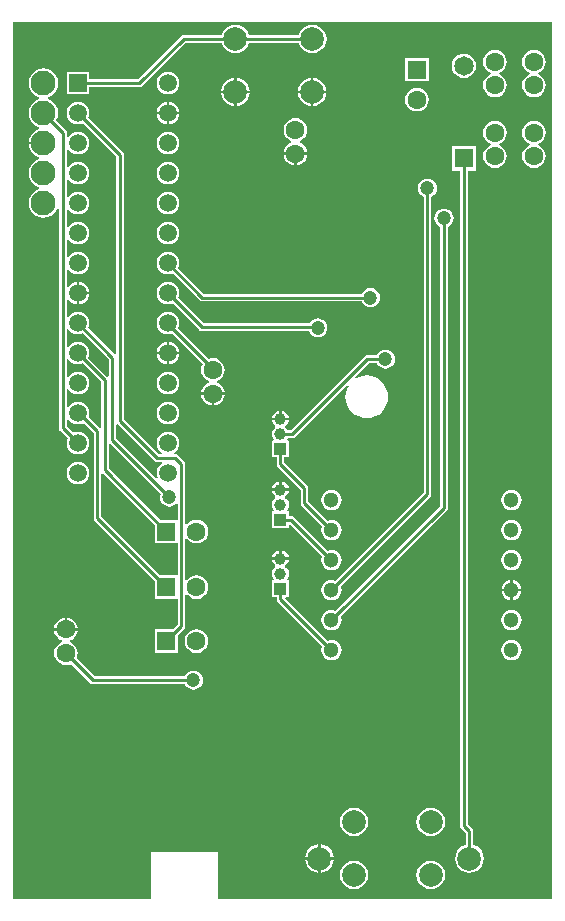
<source format=gbl>
G04*
G04 #@! TF.GenerationSoftware,Altium Limited,Altium Designer,20.2.3 (150)*
G04*
G04 Layer_Physical_Order=2*
G04 Layer_Color=16711680*
%FSLAX25Y25*%
%MOIN*%
G70*
G04*
G04 #@! TF.SameCoordinates,B26AD540-6E08-4B25-974C-445F4708D01E*
G04*
G04*
G04 #@! TF.FilePolarity,Positive*
G04*
G01*
G75*
%ADD13C,0.01000*%
%ADD24R,0.06496X0.06496*%
%ADD25C,0.06496*%
%ADD28R,0.06299X0.06299*%
%ADD29C,0.06299*%
%ADD30C,0.07874*%
%ADD32R,0.03937X0.03937*%
%ADD33C,0.03937*%
%ADD36R,0.05906X0.05906*%
%ADD37C,0.05906*%
%ADD38R,0.06299X0.06299*%
%ADD39C,0.04724*%
%ADD40C,0.05118*%
%ADD41C,0.08268*%
G36*
X658500Y101000D02*
X547321D01*
X547190Y101223D01*
X547113Y101500D01*
X547242Y101693D01*
X547303Y102000D01*
Y116000D01*
X547242Y116307D01*
X547068Y116568D01*
X546807Y116742D01*
X546500Y116803D01*
X525500D01*
X525193Y116742D01*
X524932Y116568D01*
X524758Y116307D01*
X524697Y116000D01*
Y102000D01*
X524758Y101693D01*
X524887Y101500D01*
X524810Y101223D01*
X524679Y101000D01*
X479000D01*
Y393500D01*
X658500D01*
Y101000D01*
D02*
G37*
%LPC*%
G36*
X578590Y392482D02*
X577357Y392319D01*
X576208Y391843D01*
X575221Y391086D01*
X574464Y390099D01*
X574021Y389029D01*
X557570D01*
X557127Y390099D01*
X556369Y391086D01*
X555383Y391843D01*
X554233Y392319D01*
X553000Y392482D01*
X551767Y392319D01*
X550617Y391843D01*
X549630Y391086D01*
X548873Y390099D01*
X548430Y389029D01*
X535716D01*
X535214Y388929D01*
X534788Y388645D01*
X520456Y374313D01*
X504240D01*
Y376740D01*
X496760D01*
Y369260D01*
X504240D01*
Y371687D01*
X521000D01*
X521502Y371787D01*
X521928Y372072D01*
X536260Y386404D01*
X548430D01*
X548873Y385334D01*
X549630Y384347D01*
X550617Y383590D01*
X551767Y383114D01*
X553000Y382951D01*
X554233Y383114D01*
X555383Y383590D01*
X556369Y384347D01*
X557127Y385334D01*
X557570Y386404D01*
X574021D01*
X574464Y385334D01*
X575221Y384347D01*
X576208Y383590D01*
X577357Y383114D01*
X578590Y382951D01*
X579824Y383114D01*
X580973Y383590D01*
X581960Y384347D01*
X582717Y385334D01*
X583193Y386483D01*
X583356Y387717D01*
X583193Y388950D01*
X582717Y390099D01*
X581960Y391086D01*
X580973Y391843D01*
X579824Y392319D01*
X578590Y392482D01*
D02*
G37*
G36*
X629095Y382830D02*
X628041Y382691D01*
X627059Y382285D01*
X626216Y381638D01*
X625569Y380795D01*
X625163Y379813D01*
X625024Y378760D01*
X625163Y377706D01*
X625569Y376725D01*
X626216Y375882D01*
X627059Y375235D01*
X628041Y374828D01*
X629095Y374690D01*
X630148Y374828D01*
X631130Y375235D01*
X631973Y375882D01*
X632619Y376725D01*
X633026Y377706D01*
X633165Y378760D01*
X633026Y379813D01*
X632619Y380795D01*
X631973Y381638D01*
X631130Y382285D01*
X630148Y382691D01*
X629095Y382830D01*
D02*
G37*
G36*
X617437Y381437D02*
X609563D01*
Y373563D01*
X617437D01*
Y381437D01*
D02*
G37*
G36*
X578984Y374713D02*
Y370394D01*
X583304D01*
X583193Y371233D01*
X582717Y372383D01*
X581960Y373370D01*
X580973Y374127D01*
X579824Y374603D01*
X578984Y374713D01*
D02*
G37*
G36*
X553394D02*
Y370394D01*
X557713D01*
X557603Y371233D01*
X557127Y372383D01*
X556369Y373370D01*
X555383Y374127D01*
X554233Y374603D01*
X553394Y374713D01*
D02*
G37*
G36*
X552606D02*
X551767Y374603D01*
X550617Y374127D01*
X549630Y373370D01*
X548873Y372383D01*
X548397Y371233D01*
X548287Y370394D01*
X552606D01*
Y374713D01*
D02*
G37*
G36*
X578197D02*
X577357Y374603D01*
X576208Y374127D01*
X575221Y373370D01*
X574464Y372383D01*
X573988Y371233D01*
X573877Y370394D01*
X578197D01*
Y374713D01*
D02*
G37*
G36*
X530500Y376772D02*
X529524Y376644D01*
X528614Y376267D01*
X527833Y375668D01*
X527233Y374886D01*
X526856Y373976D01*
X526728Y373000D01*
X526856Y372024D01*
X527233Y371114D01*
X527833Y370333D01*
X528614Y369733D01*
X529524Y369356D01*
X530500Y369228D01*
X531476Y369356D01*
X532386Y369733D01*
X533168Y370333D01*
X533767Y371114D01*
X534144Y372024D01*
X534272Y373000D01*
X534144Y373976D01*
X533767Y374886D01*
X533168Y375668D01*
X532386Y376267D01*
X531476Y376644D01*
X530500Y376772D01*
D02*
G37*
G36*
X652492Y384093D02*
X651464Y383958D01*
X650507Y383561D01*
X649684Y382930D01*
X649053Y382107D01*
X648657Y381150D01*
X648521Y380122D01*
X648657Y379094D01*
X649053Y378136D01*
X649684Y377314D01*
X650507Y376683D01*
X651056Y376456D01*
Y375914D01*
X650507Y375687D01*
X649684Y375056D01*
X649053Y374234D01*
X648657Y373276D01*
X648521Y372248D01*
X648657Y371220D01*
X649053Y370263D01*
X649684Y369440D01*
X650507Y368809D01*
X651464Y368412D01*
X652492Y368277D01*
X653520Y368412D01*
X654478Y368809D01*
X655300Y369440D01*
X655931Y370263D01*
X656328Y371220D01*
X656463Y372248D01*
X656328Y373276D01*
X655931Y374234D01*
X655300Y375056D01*
X654478Y375687D01*
X653929Y375914D01*
Y376456D01*
X654478Y376683D01*
X655300Y377314D01*
X655931Y378136D01*
X656328Y379094D01*
X656463Y380122D01*
X656328Y381150D01*
X655931Y382107D01*
X655300Y382930D01*
X654478Y383561D01*
X653520Y383958D01*
X652492Y384093D01*
D02*
G37*
G36*
X639500D02*
X638472Y383958D01*
X637514Y383561D01*
X636692Y382930D01*
X636061Y382107D01*
X635664Y381150D01*
X635529Y380122D01*
X635664Y379094D01*
X636061Y378137D01*
X636692Y377314D01*
X637514Y376683D01*
X638064Y376456D01*
Y375914D01*
X637514Y375687D01*
X636692Y375056D01*
X636061Y374234D01*
X635664Y373276D01*
X635529Y372248D01*
X635664Y371220D01*
X636061Y370263D01*
X636692Y369440D01*
X637514Y368809D01*
X638472Y368412D01*
X639500Y368277D01*
X640528Y368412D01*
X641486Y368809D01*
X642308Y369440D01*
X642939Y370263D01*
X643336Y371220D01*
X643471Y372248D01*
X643336Y373276D01*
X642939Y374234D01*
X642308Y375056D01*
X641486Y375687D01*
X640936Y375914D01*
Y376456D01*
X641486Y376683D01*
X642308Y377314D01*
X642939Y378137D01*
X643336Y379094D01*
X643471Y380122D01*
X643336Y381150D01*
X642939Y382107D01*
X642308Y382930D01*
X641486Y383561D01*
X640528Y383958D01*
X639500Y384093D01*
D02*
G37*
G36*
X583304Y369606D02*
X578984D01*
Y365287D01*
X579824Y365397D01*
X580973Y365873D01*
X581960Y366631D01*
X582717Y367617D01*
X583193Y368767D01*
X583304Y369606D01*
D02*
G37*
G36*
X557713D02*
X553394D01*
Y365287D01*
X554233Y365397D01*
X555383Y365873D01*
X556369Y366631D01*
X557127Y367617D01*
X557603Y368767D01*
X557713Y369606D01*
D02*
G37*
G36*
X552606D02*
X548287D01*
X548397Y368767D01*
X548873Y367617D01*
X549630Y366631D01*
X550617Y365873D01*
X551767Y365397D01*
X552606Y365287D01*
Y369606D01*
D02*
G37*
G36*
X578197D02*
X573877D01*
X573988Y368767D01*
X574464Y367617D01*
X575221Y366631D01*
X576208Y365873D01*
X577357Y365397D01*
X578197Y365287D01*
Y369606D01*
D02*
G37*
G36*
X613500Y371471D02*
X612472Y371336D01*
X611515Y370939D01*
X610692Y370308D01*
X610061Y369485D01*
X609664Y368528D01*
X609529Y367500D01*
X609664Y366472D01*
X610061Y365514D01*
X610692Y364692D01*
X611515Y364061D01*
X612472Y363664D01*
X613500Y363529D01*
X614528Y363664D01*
X615485Y364061D01*
X616308Y364692D01*
X616939Y365514D01*
X617336Y366472D01*
X617471Y367500D01*
X617336Y368528D01*
X616939Y369485D01*
X616308Y370308D01*
X615485Y370939D01*
X614528Y371336D01*
X613500Y371471D01*
D02*
G37*
G36*
X530894Y366721D02*
Y363394D01*
X534221D01*
X534144Y363976D01*
X533767Y364886D01*
X533168Y365668D01*
X532386Y366267D01*
X531476Y366644D01*
X530894Y366721D01*
D02*
G37*
G36*
X530106D02*
X529524Y366644D01*
X528614Y366267D01*
X527833Y365668D01*
X527233Y364886D01*
X526856Y363976D01*
X526779Y363394D01*
X530106D01*
Y366721D01*
D02*
G37*
G36*
X534221Y362606D02*
X530894D01*
Y359279D01*
X531476Y359356D01*
X532386Y359733D01*
X533168Y360332D01*
X533767Y361114D01*
X534144Y362024D01*
X534221Y362606D01*
D02*
G37*
G36*
X530106D02*
X526779D01*
X526856Y362024D01*
X527233Y361114D01*
X527833Y360332D01*
X528614Y359733D01*
X529524Y359356D01*
X530106Y359279D01*
Y362606D01*
D02*
G37*
G36*
X573000Y361345D02*
X571972Y361210D01*
X571014Y360813D01*
X570192Y360182D01*
X569561Y359360D01*
X569164Y358402D01*
X569029Y357374D01*
X569164Y356346D01*
X569561Y355388D01*
X570192Y354566D01*
X571014Y353935D01*
X571564Y353708D01*
Y353166D01*
X571014Y352939D01*
X570192Y352308D01*
X569561Y351485D01*
X569164Y350528D01*
X569081Y349894D01*
X573000D01*
X576919D01*
X576836Y350528D01*
X576439Y351485D01*
X575808Y352308D01*
X574986Y352939D01*
X574436Y353166D01*
Y353708D01*
X574986Y353935D01*
X575808Y354566D01*
X576439Y355388D01*
X576836Y356346D01*
X576971Y357374D01*
X576836Y358402D01*
X576439Y359360D01*
X575808Y360182D01*
X574986Y360813D01*
X574028Y361210D01*
X573000Y361345D01*
D02*
G37*
G36*
X530500Y356772D02*
X529524Y356644D01*
X528614Y356267D01*
X527833Y355667D01*
X527233Y354886D01*
X526856Y353976D01*
X526728Y353000D01*
X526856Y352024D01*
X527233Y351114D01*
X527833Y350332D01*
X528614Y349733D01*
X529524Y349356D01*
X530500Y349228D01*
X531476Y349356D01*
X532386Y349733D01*
X533168Y350332D01*
X533767Y351114D01*
X534144Y352024D01*
X534272Y353000D01*
X534144Y353976D01*
X533767Y354886D01*
X533168Y355667D01*
X532386Y356267D01*
X531476Y356644D01*
X530500Y356772D01*
D02*
G37*
G36*
X576919Y349106D02*
X573394D01*
Y345581D01*
X574028Y345664D01*
X574986Y346061D01*
X575808Y346692D01*
X576439Y347515D01*
X576836Y348472D01*
X576919Y349106D01*
D02*
G37*
G36*
X572606D02*
X569081D01*
X569164Y348472D01*
X569561Y347515D01*
X570192Y346692D01*
X571014Y346061D01*
X571972Y345664D01*
X572606Y345581D01*
Y349106D01*
D02*
G37*
G36*
X652492Y360471D02*
X651464Y360336D01*
X650507Y359939D01*
X649684Y359308D01*
X649053Y358486D01*
X648657Y357528D01*
X648521Y356500D01*
X648657Y355472D01*
X649053Y354515D01*
X649684Y353692D01*
X650507Y353061D01*
X651056Y352834D01*
Y352292D01*
X650507Y352065D01*
X649684Y351434D01*
X649053Y350611D01*
X648657Y349654D01*
X648521Y348626D01*
X648657Y347598D01*
X649053Y346640D01*
X649684Y345818D01*
X650507Y345187D01*
X651464Y344790D01*
X652492Y344655D01*
X653520Y344790D01*
X654478Y345187D01*
X655300Y345818D01*
X655931Y346640D01*
X656328Y347598D01*
X656463Y348626D01*
X656328Y349654D01*
X655931Y350611D01*
X655300Y351434D01*
X654478Y352065D01*
X653929Y352292D01*
Y352834D01*
X654478Y353061D01*
X655300Y353692D01*
X655931Y354515D01*
X656328Y355472D01*
X656463Y356500D01*
X656328Y357528D01*
X655931Y358486D01*
X655300Y359308D01*
X654478Y359939D01*
X653520Y360336D01*
X652492Y360471D01*
D02*
G37*
G36*
X639500D02*
X638472Y360336D01*
X637514Y359939D01*
X636692Y359308D01*
X636061Y358486D01*
X635664Y357528D01*
X635529Y356500D01*
X635664Y355472D01*
X636061Y354515D01*
X636692Y353692D01*
X637514Y353061D01*
X638064Y352834D01*
Y352292D01*
X637514Y352065D01*
X636692Y351434D01*
X636061Y350611D01*
X635664Y349654D01*
X635529Y348626D01*
X635664Y347598D01*
X636061Y346640D01*
X636692Y345818D01*
X637514Y345187D01*
X638472Y344790D01*
X639500Y344655D01*
X640528Y344790D01*
X641486Y345187D01*
X642308Y345818D01*
X642939Y346640D01*
X643336Y347598D01*
X643471Y348626D01*
X643336Y349654D01*
X642939Y350611D01*
X642308Y351434D01*
X641486Y352065D01*
X640936Y352292D01*
Y352834D01*
X641486Y353061D01*
X642308Y353692D01*
X642939Y354515D01*
X643336Y355472D01*
X643471Y356500D01*
X643336Y357528D01*
X642939Y358486D01*
X642308Y359308D01*
X641486Y359939D01*
X640528Y360336D01*
X639500Y360471D01*
D02*
G37*
G36*
X530500Y346772D02*
X529524Y346644D01*
X528614Y346267D01*
X527833Y345668D01*
X527233Y344886D01*
X526856Y343976D01*
X526728Y343000D01*
X526856Y342024D01*
X527233Y341114D01*
X527833Y340333D01*
X528614Y339733D01*
X529524Y339356D01*
X530500Y339228D01*
X531476Y339356D01*
X532386Y339733D01*
X533168Y340333D01*
X533767Y341114D01*
X534144Y342024D01*
X534272Y343000D01*
X534144Y343976D01*
X533767Y344886D01*
X533168Y345668D01*
X532386Y346267D01*
X531476Y346644D01*
X530500Y346772D01*
D02*
G37*
G36*
Y336772D02*
X529524Y336644D01*
X528614Y336267D01*
X527833Y335667D01*
X527233Y334886D01*
X526856Y333976D01*
X526728Y333000D01*
X526856Y332024D01*
X527233Y331114D01*
X527833Y330332D01*
X528614Y329733D01*
X529524Y329356D01*
X530500Y329228D01*
X531476Y329356D01*
X532386Y329733D01*
X533168Y330332D01*
X533767Y331114D01*
X534144Y332024D01*
X534272Y333000D01*
X534144Y333976D01*
X533767Y334886D01*
X533168Y335667D01*
X532386Y336267D01*
X531476Y336644D01*
X530500Y336772D01*
D02*
G37*
G36*
Y326772D02*
X529524Y326644D01*
X528614Y326267D01*
X527833Y325668D01*
X527233Y324886D01*
X526856Y323976D01*
X526728Y323000D01*
X526856Y322024D01*
X527233Y321114D01*
X527833Y320333D01*
X528614Y319733D01*
X529524Y319356D01*
X530500Y319228D01*
X531476Y319356D01*
X532386Y319733D01*
X533168Y320333D01*
X533767Y321114D01*
X534144Y322024D01*
X534272Y323000D01*
X534144Y323976D01*
X533767Y324886D01*
X533168Y325668D01*
X532386Y326267D01*
X531476Y326644D01*
X530500Y326772D01*
D02*
G37*
G36*
X500894Y306721D02*
Y303394D01*
X504221D01*
X504144Y303976D01*
X503767Y304886D01*
X503167Y305667D01*
X502386Y306267D01*
X501476Y306644D01*
X500894Y306721D01*
D02*
G37*
G36*
X504221Y302606D02*
X500894D01*
Y299279D01*
X501476Y299356D01*
X502386Y299733D01*
X503167Y300332D01*
X503767Y301114D01*
X504144Y302024D01*
X504221Y302606D01*
D02*
G37*
G36*
X530500Y316772D02*
X529524Y316644D01*
X528614Y316267D01*
X527833Y315668D01*
X527233Y314886D01*
X526856Y313976D01*
X526728Y313000D01*
X526856Y312024D01*
X527233Y311114D01*
X527833Y310332D01*
X528614Y309733D01*
X529524Y309356D01*
X530500Y309228D01*
X531476Y309356D01*
X532050Y309594D01*
X541072Y300572D01*
X541498Y300287D01*
X542000Y300187D01*
X595135D01*
X595249Y299912D01*
X595754Y299254D01*
X596412Y298749D01*
X597178Y298431D01*
X598000Y298323D01*
X598822Y298431D01*
X599588Y298749D01*
X600246Y299254D01*
X600751Y299912D01*
X601068Y300678D01*
X601177Y301500D01*
X601068Y302322D01*
X600751Y303088D01*
X600246Y303746D01*
X599588Y304251D01*
X598822Y304569D01*
X598000Y304677D01*
X597178Y304569D01*
X596412Y304251D01*
X595754Y303746D01*
X595249Y303088D01*
X595135Y302813D01*
X542544D01*
X533906Y311450D01*
X534144Y312024D01*
X534272Y313000D01*
X534144Y313976D01*
X533767Y314886D01*
X533168Y315668D01*
X532386Y316267D01*
X531476Y316644D01*
X530500Y316772D01*
D02*
G37*
G36*
Y306772D02*
X529524Y306644D01*
X528614Y306267D01*
X527833Y305667D01*
X527233Y304886D01*
X526856Y303976D01*
X526728Y303000D01*
X526856Y302024D01*
X527233Y301114D01*
X527833Y300332D01*
X528614Y299733D01*
X529524Y299356D01*
X530500Y299228D01*
X531476Y299356D01*
X532050Y299594D01*
X540879Y290765D01*
X541305Y290480D01*
X541807Y290380D01*
X577493D01*
X577721Y289829D01*
X578226Y289171D01*
X578884Y288666D01*
X579650Y288349D01*
X580472Y288241D01*
X581295Y288349D01*
X582061Y288666D01*
X582719Y289171D01*
X583224Y289829D01*
X583541Y290595D01*
X583649Y291417D01*
X583541Y292239D01*
X583224Y293006D01*
X582719Y293664D01*
X582061Y294168D01*
X581295Y294486D01*
X580472Y294594D01*
X579650Y294486D01*
X578884Y294168D01*
X578226Y293664D01*
X577721Y293006D01*
X577721Y293005D01*
X542351D01*
X533906Y301450D01*
X534144Y302024D01*
X534272Y303000D01*
X534144Y303976D01*
X533767Y304886D01*
X533168Y305667D01*
X532386Y306267D01*
X531476Y306644D01*
X530500Y306772D01*
D02*
G37*
G36*
X530894Y286721D02*
Y283394D01*
X534221D01*
X534144Y283976D01*
X533767Y284886D01*
X533168Y285667D01*
X532386Y286267D01*
X531476Y286644D01*
X530894Y286721D01*
D02*
G37*
G36*
X530106D02*
X529524Y286644D01*
X528614Y286267D01*
X527833Y285667D01*
X527233Y284886D01*
X526856Y283976D01*
X526779Y283394D01*
X530106D01*
Y286721D01*
D02*
G37*
G36*
X534221Y282606D02*
X530894D01*
Y279279D01*
X531476Y279356D01*
X532386Y279733D01*
X533168Y280332D01*
X533767Y281114D01*
X534144Y282024D01*
X534221Y282606D01*
D02*
G37*
G36*
X530106D02*
X526779D01*
X526856Y282024D01*
X527233Y281114D01*
X527833Y280332D01*
X528614Y279733D01*
X529524Y279356D01*
X530106Y279279D01*
Y282606D01*
D02*
G37*
G36*
X603000Y284177D02*
X602178Y284068D01*
X601412Y283751D01*
X600754Y283246D01*
X600249Y282588D01*
X600135Y282313D01*
X596970D01*
X596467Y282213D01*
X596042Y281928D01*
X571426Y257313D01*
X570439D01*
X570407Y257390D01*
X569966Y257965D01*
X569673Y258190D01*
Y258810D01*
X569966Y259034D01*
X570407Y259610D01*
X570685Y260281D01*
X570728Y260606D01*
X568000D01*
X565272D01*
X565315Y260281D01*
X565593Y259610D01*
X566035Y259034D01*
X566327Y258810D01*
Y258190D01*
X566035Y257965D01*
X565593Y257390D01*
X565315Y256719D01*
X565220Y256000D01*
X565315Y255281D01*
X565593Y254610D01*
X565865Y254256D01*
X565618Y253756D01*
X565244D01*
Y248244D01*
X566687D01*
Y246000D01*
X566787Y245498D01*
X567072Y245072D01*
X574687Y237456D01*
Y233000D01*
X574787Y232498D01*
X575072Y232072D01*
X581895Y225249D01*
X581740Y224874D01*
X581625Y224000D01*
X581740Y223126D01*
X582077Y222312D01*
X582613Y221613D01*
X583312Y221077D01*
X584126Y220740D01*
X585000Y220625D01*
X585874Y220740D01*
X586688Y221077D01*
X587387Y221613D01*
X587923Y222312D01*
X588260Y223126D01*
X588375Y224000D01*
X588260Y224874D01*
X587923Y225688D01*
X587387Y226387D01*
X586688Y226923D01*
X585874Y227260D01*
X585000Y227375D01*
X584126Y227260D01*
X583751Y227105D01*
X577313Y233544D01*
Y238000D01*
X577213Y238502D01*
X576928Y238928D01*
X569313Y246544D01*
Y248244D01*
X570756D01*
Y253756D01*
X570382D01*
X570135Y254256D01*
X570407Y254610D01*
X570439Y254687D01*
X571970D01*
X572472Y254787D01*
X572898Y255072D01*
X590307Y272481D01*
X590713Y272180D01*
X590169Y271162D01*
X589764Y269826D01*
X589627Y268437D01*
X589764Y267048D01*
X590169Y265712D01*
X590827Y264481D01*
X591713Y263402D01*
X592792Y262516D01*
X594023Y261858D01*
X595359Y261453D01*
X596748Y261316D01*
X598137Y261453D01*
X599473Y261858D01*
X600704Y262516D01*
X601783Y263402D01*
X602669Y264481D01*
X603327Y265712D01*
X603732Y267048D01*
X603869Y268437D01*
X603732Y269826D01*
X603327Y271162D01*
X602669Y272393D01*
X601783Y273472D01*
X600704Y274358D01*
X599473Y275016D01*
X598137Y275421D01*
X596748Y275558D01*
X595359Y275421D01*
X594023Y275016D01*
X593005Y274472D01*
X592704Y274878D01*
X597514Y279687D01*
X600135D01*
X600249Y279412D01*
X600754Y278754D01*
X601412Y278249D01*
X602178Y277931D01*
X603000Y277823D01*
X603822Y277931D01*
X604588Y278249D01*
X605246Y278754D01*
X605751Y279412D01*
X606069Y280178D01*
X606177Y281000D01*
X606069Y281822D01*
X605751Y282588D01*
X605246Y283246D01*
X604588Y283751D01*
X603822Y284068D01*
X603000Y284177D01*
D02*
G37*
G36*
X530500Y296772D02*
X529524Y296644D01*
X528614Y296267D01*
X527833Y295668D01*
X527233Y294886D01*
X526856Y293976D01*
X526728Y293000D01*
X526856Y292024D01*
X527233Y291114D01*
X527833Y290333D01*
X528614Y289733D01*
X529524Y289356D01*
X530500Y289228D01*
X531476Y289356D01*
X531829Y289502D01*
X542035Y279296D01*
X541664Y278402D01*
X541529Y277374D01*
X541664Y276346D01*
X542061Y275389D01*
X542692Y274566D01*
X543514Y273935D01*
X544064Y273708D01*
Y273166D01*
X543514Y272939D01*
X542692Y272308D01*
X542061Y271485D01*
X541664Y270528D01*
X541581Y269894D01*
X545500D01*
X549419D01*
X549336Y270528D01*
X548939Y271485D01*
X548308Y272308D01*
X547485Y272939D01*
X546936Y273166D01*
Y273708D01*
X547485Y273935D01*
X548308Y274566D01*
X548939Y275389D01*
X549336Y276346D01*
X549471Y277374D01*
X549336Y278402D01*
X548939Y279360D01*
X548308Y280182D01*
X547485Y280813D01*
X546528Y281210D01*
X545500Y281345D01*
X544472Y281210D01*
X544021Y281023D01*
X533815Y291229D01*
X534144Y292024D01*
X534272Y293000D01*
X534144Y293976D01*
X533767Y294886D01*
X533168Y295668D01*
X532386Y296267D01*
X531476Y296644D01*
X530500Y296772D01*
D02*
G37*
G36*
Y276772D02*
X529524Y276644D01*
X528614Y276267D01*
X527833Y275668D01*
X527233Y274886D01*
X526856Y273976D01*
X526728Y273000D01*
X526856Y272024D01*
X527233Y271114D01*
X527833Y270333D01*
X528614Y269733D01*
X529524Y269356D01*
X530500Y269228D01*
X531476Y269356D01*
X532386Y269733D01*
X533168Y270333D01*
X533767Y271114D01*
X534144Y272024D01*
X534272Y273000D01*
X534144Y273976D01*
X533767Y274886D01*
X533168Y275668D01*
X532386Y276267D01*
X531476Y276644D01*
X530500Y276772D01*
D02*
G37*
G36*
X549419Y269106D02*
X545894D01*
Y265581D01*
X546528Y265664D01*
X547485Y266061D01*
X548308Y266692D01*
X548939Y267514D01*
X549336Y268472D01*
X549419Y269106D01*
D02*
G37*
G36*
X545106D02*
X541581D01*
X541664Y268472D01*
X542061Y267514D01*
X542692Y266692D01*
X543514Y266061D01*
X544472Y265664D01*
X545106Y265581D01*
Y269106D01*
D02*
G37*
G36*
X568394Y263728D02*
Y261394D01*
X570728D01*
X570685Y261719D01*
X570407Y262390D01*
X569966Y262965D01*
X569390Y263407D01*
X568719Y263685D01*
X568394Y263728D01*
D02*
G37*
G36*
X567606D02*
X567281Y263685D01*
X566610Y263407D01*
X566035Y262965D01*
X565593Y262390D01*
X565315Y261719D01*
X565272Y261394D01*
X567606D01*
Y263728D01*
D02*
G37*
G36*
X530500Y266772D02*
X529524Y266644D01*
X528614Y266267D01*
X527833Y265668D01*
X527233Y264886D01*
X526856Y263976D01*
X526728Y263000D01*
X526856Y262024D01*
X527233Y261114D01*
X527833Y260332D01*
X528614Y259733D01*
X529524Y259356D01*
X530500Y259228D01*
X531476Y259356D01*
X532386Y259733D01*
X533168Y260332D01*
X533767Y261114D01*
X534144Y262024D01*
X534272Y263000D01*
X534144Y263976D01*
X533767Y264886D01*
X533168Y265668D01*
X532386Y266267D01*
X531476Y266644D01*
X530500Y266772D01*
D02*
G37*
G36*
X500500Y246772D02*
X499524Y246644D01*
X498614Y246267D01*
X497832Y245668D01*
X497233Y244886D01*
X496856Y243976D01*
X496728Y243000D01*
X496856Y242024D01*
X497233Y241114D01*
X497832Y240333D01*
X498614Y239733D01*
X499524Y239356D01*
X500500Y239228D01*
X501476Y239356D01*
X502386Y239733D01*
X503167Y240333D01*
X503767Y241114D01*
X504144Y242024D01*
X504272Y243000D01*
X504144Y243976D01*
X503767Y244886D01*
X503167Y245668D01*
X502386Y246267D01*
X501476Y246644D01*
X500500Y246772D01*
D02*
G37*
G36*
X568394Y240228D02*
Y237894D01*
X570728D01*
X570685Y238219D01*
X570407Y238890D01*
X569966Y239465D01*
X569390Y239907D01*
X568719Y240185D01*
X568394Y240228D01*
D02*
G37*
G36*
X567606D02*
X567281Y240185D01*
X566610Y239907D01*
X566035Y239465D01*
X565593Y238890D01*
X565315Y238219D01*
X565272Y237894D01*
X567606D01*
Y240228D01*
D02*
G37*
G36*
X645000Y237375D02*
X644126Y237260D01*
X643312Y236923D01*
X642613Y236387D01*
X642077Y235688D01*
X641740Y234874D01*
X641625Y234000D01*
X641740Y233126D01*
X642077Y232312D01*
X642613Y231613D01*
X643312Y231077D01*
X644126Y230740D01*
X645000Y230625D01*
X645874Y230740D01*
X646688Y231077D01*
X647387Y231613D01*
X647923Y232312D01*
X648260Y233126D01*
X648375Y234000D01*
X648260Y234874D01*
X647923Y235688D01*
X647387Y236387D01*
X646688Y236923D01*
X645874Y237260D01*
X645000Y237375D01*
D02*
G37*
G36*
X585000D02*
X584126Y237260D01*
X583312Y236923D01*
X582613Y236387D01*
X582077Y235688D01*
X581740Y234874D01*
X581625Y234000D01*
X581740Y233126D01*
X582077Y232312D01*
X582613Y231613D01*
X583312Y231077D01*
X584126Y230740D01*
X585000Y230625D01*
X585874Y230740D01*
X586688Y231077D01*
X587387Y231613D01*
X587923Y232312D01*
X588260Y233126D01*
X588375Y234000D01*
X588260Y234874D01*
X587923Y235688D01*
X587387Y236387D01*
X586688Y236923D01*
X585874Y237260D01*
X585000Y237375D01*
D02*
G37*
G36*
X645000Y227375D02*
X644126Y227260D01*
X643312Y226923D01*
X642613Y226387D01*
X642077Y225688D01*
X641740Y224874D01*
X641625Y224000D01*
X641740Y223126D01*
X642077Y222312D01*
X642613Y221613D01*
X643312Y221077D01*
X644126Y220740D01*
X645000Y220625D01*
X645874Y220740D01*
X646688Y221077D01*
X647387Y221613D01*
X647923Y222312D01*
X648260Y223126D01*
X648375Y224000D01*
X648260Y224874D01*
X647923Y225688D01*
X647387Y226387D01*
X646688Y226923D01*
X645874Y227260D01*
X645000Y227375D01*
D02*
G37*
G36*
X489000Y377964D02*
X487715Y377795D01*
X486518Y377299D01*
X485490Y376510D01*
X484701Y375482D01*
X484205Y374285D01*
X484036Y373000D01*
X484205Y371715D01*
X484701Y370518D01*
X485490Y369490D01*
X486518Y368701D01*
X487592Y368257D01*
X487592Y368256D01*
Y367744D01*
X487592Y367743D01*
X486518Y367299D01*
X485490Y366510D01*
X484701Y365482D01*
X484205Y364285D01*
X484036Y363000D01*
X484205Y361715D01*
X484701Y360518D01*
X485490Y359490D01*
X486518Y358701D01*
X487592Y358257D01*
X487592Y358256D01*
Y357744D01*
X487592Y357743D01*
X486518Y357299D01*
X485490Y356510D01*
X484701Y355482D01*
X484205Y354285D01*
X484088Y353394D01*
X489000D01*
Y352606D01*
X484088D01*
X484205Y351715D01*
X484701Y350518D01*
X485490Y349490D01*
X486518Y348701D01*
X487592Y348257D01*
X487592Y348256D01*
Y347744D01*
X487592Y347743D01*
X486518Y347299D01*
X485490Y346510D01*
X484701Y345482D01*
X484205Y344285D01*
X484036Y343000D01*
X484205Y341715D01*
X484701Y340518D01*
X485490Y339490D01*
X486518Y338701D01*
X487592Y338257D01*
X487592Y338256D01*
Y337744D01*
X487592Y337743D01*
X486518Y337299D01*
X485490Y336510D01*
X484701Y335482D01*
X484205Y334285D01*
X484036Y333000D01*
X484205Y331715D01*
X484701Y330518D01*
X485490Y329490D01*
X486518Y328701D01*
X487715Y328205D01*
X489000Y328036D01*
X490285Y328205D01*
X491482Y328701D01*
X492510Y329490D01*
X493299Y330518D01*
X493687Y331456D01*
X494187Y331357D01*
Y258000D01*
X494287Y257498D01*
X494572Y257072D01*
X497094Y254550D01*
X496856Y253976D01*
X496728Y253000D01*
X496856Y252024D01*
X497233Y251114D01*
X497832Y250332D01*
X498614Y249733D01*
X499524Y249356D01*
X500500Y249228D01*
X501476Y249356D01*
X502386Y249733D01*
X503167Y250332D01*
X503767Y251114D01*
X504144Y252024D01*
X504272Y253000D01*
X504144Y253976D01*
X503767Y254886D01*
X503167Y255667D01*
X502386Y256267D01*
X501476Y256644D01*
X500500Y256772D01*
X499524Y256644D01*
X498950Y256406D01*
X496813Y258544D01*
Y260881D01*
X496864Y260909D01*
X497313Y261010D01*
X497832Y260332D01*
X498614Y259733D01*
X499524Y259356D01*
X500500Y259228D01*
X501476Y259356D01*
X502386Y259733D01*
X502400Y259744D01*
X505687Y256456D01*
Y228000D01*
X505787Y227498D01*
X506072Y227072D01*
X526063Y207081D01*
Y201063D01*
X533687D01*
Y192544D01*
X532081Y190937D01*
X526063D01*
Y183063D01*
X533937D01*
Y189081D01*
X535928Y191072D01*
X536213Y191498D01*
X536313Y192000D01*
Y202517D01*
X536813Y202687D01*
X537192Y202192D01*
X538015Y201561D01*
X538972Y201164D01*
X540000Y201029D01*
X541028Y201164D01*
X541986Y201561D01*
X542808Y202192D01*
X543439Y203014D01*
X543836Y203972D01*
X543971Y205000D01*
X543836Y206028D01*
X543439Y206985D01*
X542808Y207808D01*
X541986Y208439D01*
X541028Y208836D01*
X540000Y208971D01*
X538972Y208836D01*
X538015Y208439D01*
X537192Y207808D01*
X536813Y207313D01*
X536313Y207483D01*
Y221017D01*
X536813Y221187D01*
X537192Y220692D01*
X538015Y220061D01*
X538972Y219664D01*
X540000Y219529D01*
X541028Y219664D01*
X541986Y220061D01*
X542808Y220692D01*
X543439Y221515D01*
X543836Y222472D01*
X543971Y223500D01*
X543836Y224528D01*
X543439Y225485D01*
X542808Y226308D01*
X541986Y226939D01*
X541028Y227336D01*
X540000Y227471D01*
X538972Y227336D01*
X538015Y226939D01*
X537192Y226308D01*
X536813Y225813D01*
X536313Y225983D01*
Y246000D01*
X536213Y246502D01*
X535928Y246928D01*
X533928Y248928D01*
X533502Y249213D01*
X533000Y249313D01*
X532619D01*
X532591Y249364D01*
X532490Y249813D01*
X533168Y250332D01*
X533767Y251114D01*
X534144Y252024D01*
X534272Y253000D01*
X534144Y253976D01*
X533767Y254886D01*
X533168Y255667D01*
X532386Y256267D01*
X531476Y256644D01*
X530500Y256772D01*
X529524Y256644D01*
X528614Y256267D01*
X527833Y255667D01*
X527233Y254886D01*
X526856Y253976D01*
X526728Y253000D01*
X526856Y252024D01*
X527233Y251114D01*
X527833Y250332D01*
X528510Y249813D01*
X528409Y249364D01*
X528381Y249313D01*
X527544D01*
X515813Y261044D01*
Y349000D01*
X515713Y349502D01*
X515428Y349928D01*
X503906Y361450D01*
X504144Y362024D01*
X504272Y363000D01*
X504144Y363976D01*
X503767Y364886D01*
X503167Y365668D01*
X502386Y366267D01*
X501476Y366644D01*
X500500Y366772D01*
X499524Y366644D01*
X498614Y366267D01*
X497832Y365668D01*
X497233Y364886D01*
X496856Y363976D01*
X496728Y363000D01*
X496856Y362024D01*
X497233Y361114D01*
X497832Y360332D01*
X498614Y359733D01*
X499524Y359356D01*
X500500Y359228D01*
X501476Y359356D01*
X502050Y359594D01*
X513187Y348456D01*
Y282876D01*
X512687Y282669D01*
X503906Y291450D01*
X504144Y292024D01*
X504272Y293000D01*
X504144Y293976D01*
X503767Y294886D01*
X503167Y295668D01*
X502386Y296267D01*
X501476Y296644D01*
X500500Y296772D01*
X499524Y296644D01*
X498614Y296267D01*
X497832Y295668D01*
X497313Y294990D01*
X496864Y295091D01*
X496813Y295119D01*
Y300881D01*
X496864Y300909D01*
X497313Y301010D01*
X497832Y300332D01*
X498614Y299733D01*
X499524Y299356D01*
X500106Y299279D01*
Y303000D01*
Y306721D01*
X499524Y306644D01*
X498614Y306267D01*
X497832Y305667D01*
X497313Y304990D01*
X496864Y305091D01*
X496813Y305119D01*
Y310881D01*
X496864Y310909D01*
X497313Y311010D01*
X497832Y310332D01*
X498614Y309733D01*
X499524Y309356D01*
X500500Y309228D01*
X501476Y309356D01*
X502386Y309733D01*
X503167Y310332D01*
X503767Y311114D01*
X504144Y312024D01*
X504272Y313000D01*
X504144Y313976D01*
X503767Y314886D01*
X503167Y315668D01*
X502386Y316267D01*
X501476Y316644D01*
X500500Y316772D01*
X499524Y316644D01*
X498614Y316267D01*
X497832Y315668D01*
X497313Y314990D01*
X496864Y315091D01*
X496813Y315119D01*
Y320881D01*
X496864Y320909D01*
X497313Y321010D01*
X497832Y320333D01*
X498614Y319733D01*
X499524Y319356D01*
X500500Y319228D01*
X501476Y319356D01*
X502386Y319733D01*
X503167Y320333D01*
X503767Y321114D01*
X504144Y322024D01*
X504272Y323000D01*
X504144Y323976D01*
X503767Y324886D01*
X503167Y325668D01*
X502386Y326267D01*
X501476Y326644D01*
X500500Y326772D01*
X499524Y326644D01*
X498614Y326267D01*
X497832Y325668D01*
X497313Y324990D01*
X496864Y325091D01*
X496813Y325119D01*
Y330881D01*
X496864Y330909D01*
X497313Y331010D01*
X497832Y330332D01*
X498614Y329733D01*
X499524Y329356D01*
X500500Y329228D01*
X501476Y329356D01*
X502386Y329733D01*
X503167Y330332D01*
X503767Y331114D01*
X504144Y332024D01*
X504272Y333000D01*
X504144Y333976D01*
X503767Y334886D01*
X503167Y335667D01*
X502386Y336267D01*
X501476Y336644D01*
X500500Y336772D01*
X499524Y336644D01*
X498614Y336267D01*
X497832Y335667D01*
X497313Y334990D01*
X496864Y335091D01*
X496813Y335119D01*
Y340881D01*
X496864Y340909D01*
X497313Y341010D01*
X497832Y340333D01*
X498614Y339733D01*
X499524Y339356D01*
X500500Y339228D01*
X501476Y339356D01*
X502386Y339733D01*
X503167Y340333D01*
X503767Y341114D01*
X504144Y342024D01*
X504272Y343000D01*
X504144Y343976D01*
X503767Y344886D01*
X503167Y345668D01*
X502386Y346267D01*
X501476Y346644D01*
X500500Y346772D01*
X499524Y346644D01*
X498614Y346267D01*
X497832Y345668D01*
X497313Y344990D01*
X496864Y345091D01*
X496813Y345119D01*
Y350881D01*
X496864Y350909D01*
X497313Y351010D01*
X497832Y350332D01*
X498614Y349733D01*
X499524Y349356D01*
X500500Y349228D01*
X501476Y349356D01*
X502386Y349733D01*
X503167Y350332D01*
X503767Y351114D01*
X504144Y352024D01*
X504272Y353000D01*
X504144Y353976D01*
X503767Y354886D01*
X503167Y355667D01*
X502386Y356267D01*
X501476Y356644D01*
X500500Y356772D01*
X499524Y356644D01*
X498614Y356267D01*
X497832Y355667D01*
X497313Y354990D01*
X496864Y355091D01*
X496813Y355119D01*
Y356500D01*
X496713Y357002D01*
X496428Y357428D01*
X493310Y360546D01*
X493795Y361715D01*
X493964Y363000D01*
X493795Y364285D01*
X493299Y365482D01*
X492510Y366510D01*
X491482Y367299D01*
X490408Y367743D01*
X490408Y367744D01*
Y368256D01*
X490408Y368257D01*
X491482Y368701D01*
X492510Y369490D01*
X493299Y370518D01*
X493795Y371715D01*
X493964Y373000D01*
X493795Y374285D01*
X493299Y375482D01*
X492510Y376510D01*
X491482Y377299D01*
X490285Y377795D01*
X489000Y377964D01*
D02*
G37*
G36*
X568394Y217228D02*
Y214894D01*
X570728D01*
X570685Y215219D01*
X570407Y215890D01*
X569966Y216465D01*
X569390Y216907D01*
X568719Y217185D01*
X568394Y217228D01*
D02*
G37*
G36*
X567606D02*
X567281Y217185D01*
X566610Y216907D01*
X566035Y216465D01*
X565593Y215890D01*
X565315Y215219D01*
X565272Y214894D01*
X567606D01*
Y217228D01*
D02*
G37*
G36*
X645000Y217375D02*
X644126Y217260D01*
X643312Y216923D01*
X642613Y216387D01*
X642077Y215688D01*
X641740Y214874D01*
X641625Y214000D01*
X641740Y213126D01*
X642077Y212312D01*
X642613Y211613D01*
X643312Y211077D01*
X644126Y210740D01*
X645000Y210625D01*
X645874Y210740D01*
X646688Y211077D01*
X647387Y211613D01*
X647923Y212312D01*
X648260Y213126D01*
X648375Y214000D01*
X648260Y214874D01*
X647923Y215688D01*
X647387Y216387D01*
X646688Y216923D01*
X645874Y217260D01*
X645000Y217375D01*
D02*
G37*
G36*
X570728Y237106D02*
X568000D01*
X565272D01*
X565315Y236781D01*
X565593Y236110D01*
X566035Y235535D01*
X566327Y235310D01*
Y234690D01*
X566035Y234466D01*
X565593Y233890D01*
X565315Y233219D01*
X565220Y232500D01*
X565315Y231781D01*
X565593Y231110D01*
X565865Y230756D01*
X565618Y230256D01*
X565244D01*
Y224744D01*
X570756D01*
Y225681D01*
X571256Y225888D01*
X581895Y215249D01*
X581740Y214874D01*
X581625Y214000D01*
X581740Y213126D01*
X582077Y212312D01*
X582613Y211613D01*
X583312Y211077D01*
X584126Y210740D01*
X585000Y210625D01*
X585874Y210740D01*
X586688Y211077D01*
X587387Y211613D01*
X587923Y212312D01*
X588260Y213126D01*
X588375Y214000D01*
X588260Y214874D01*
X587923Y215688D01*
X587387Y216387D01*
X586688Y216923D01*
X585874Y217260D01*
X585000Y217375D01*
X584126Y217260D01*
X583751Y217105D01*
X572428Y228428D01*
X572002Y228713D01*
X571500Y228813D01*
X570756D01*
Y230256D01*
X570382D01*
X570135Y230756D01*
X570407Y231110D01*
X570685Y231781D01*
X570780Y232500D01*
X570685Y233219D01*
X570407Y233890D01*
X569966Y234466D01*
X569673Y234690D01*
Y235310D01*
X569966Y235535D01*
X570407Y236110D01*
X570685Y236781D01*
X570728Y237106D01*
D02*
G37*
G36*
X617000Y341177D02*
X616178Y341069D01*
X615412Y340751D01*
X614754Y340246D01*
X614249Y339588D01*
X613932Y338822D01*
X613823Y338000D01*
X613932Y337178D01*
X614249Y336412D01*
X614754Y335754D01*
X615412Y335249D01*
X615687Y335135D01*
Y236544D01*
X586249Y207105D01*
X585874Y207260D01*
X585000Y207375D01*
X584126Y207260D01*
X583312Y206923D01*
X582613Y206387D01*
X582077Y205688D01*
X581740Y204874D01*
X581625Y204000D01*
X581740Y203126D01*
X582077Y202312D01*
X582613Y201613D01*
X583312Y201077D01*
X584126Y200740D01*
X585000Y200625D01*
X585874Y200740D01*
X586688Y201077D01*
X587387Y201613D01*
X587923Y202312D01*
X588260Y203126D01*
X588375Y204000D01*
X588260Y204874D01*
X588105Y205249D01*
X617928Y235072D01*
X618213Y235498D01*
X618313Y236000D01*
Y335135D01*
X618588Y335249D01*
X619246Y335754D01*
X619751Y336412D01*
X620069Y337178D01*
X620177Y338000D01*
X620069Y338822D01*
X619751Y339588D01*
X619246Y340246D01*
X618588Y340751D01*
X617822Y341069D01*
X617000Y341177D01*
D02*
G37*
G36*
X645394Y207324D02*
Y204394D01*
X648323D01*
X648260Y204874D01*
X647923Y205688D01*
X647387Y206387D01*
X646688Y206923D01*
X645874Y207260D01*
X645394Y207324D01*
D02*
G37*
G36*
X644606D02*
X644126Y207260D01*
X643312Y206923D01*
X642613Y206387D01*
X642077Y205688D01*
X641740Y204874D01*
X641677Y204394D01*
X644606D01*
Y207324D01*
D02*
G37*
G36*
X648323Y203606D02*
X645394D01*
Y200676D01*
X645874Y200740D01*
X646688Y201077D01*
X647387Y201613D01*
X647923Y202312D01*
X648260Y203126D01*
X648323Y203606D01*
D02*
G37*
G36*
X644606D02*
X641677D01*
X641740Y203126D01*
X642077Y202312D01*
X642613Y201613D01*
X643312Y201077D01*
X644126Y200740D01*
X644606Y200676D01*
Y203606D01*
D02*
G37*
G36*
X622500Y331177D02*
X621678Y331068D01*
X620912Y330751D01*
X620254Y330246D01*
X619749Y329588D01*
X619431Y328822D01*
X619323Y328000D01*
X619431Y327178D01*
X619749Y326412D01*
X620254Y325754D01*
X620912Y325249D01*
X621187Y325135D01*
Y232044D01*
X586249Y197105D01*
X585874Y197260D01*
X585000Y197375D01*
X584126Y197260D01*
X583312Y196923D01*
X582613Y196387D01*
X582077Y195688D01*
X581740Y194874D01*
X581625Y194000D01*
X581740Y193126D01*
X582077Y192312D01*
X582613Y191613D01*
X583312Y191077D01*
X584126Y190740D01*
X585000Y190625D01*
X585874Y190740D01*
X586688Y191077D01*
X587387Y191613D01*
X587923Y192312D01*
X588260Y193126D01*
X588375Y194000D01*
X588260Y194874D01*
X588105Y195249D01*
X623428Y230572D01*
X623713Y230998D01*
X623813Y231500D01*
Y325135D01*
X624088Y325249D01*
X624746Y325754D01*
X625251Y326412D01*
X625568Y327178D01*
X625677Y328000D01*
X625568Y328822D01*
X625251Y329588D01*
X624746Y330246D01*
X624088Y330751D01*
X623322Y331068D01*
X622500Y331177D01*
D02*
G37*
G36*
X496894Y194793D02*
Y191268D01*
X500419D01*
X500336Y191902D01*
X499939Y192859D01*
X499308Y193682D01*
X498486Y194313D01*
X497528Y194710D01*
X496894Y194793D01*
D02*
G37*
G36*
X496106D02*
X495472Y194710D01*
X494515Y194313D01*
X493692Y193682D01*
X493061Y192859D01*
X492664Y191902D01*
X492581Y191268D01*
X496106D01*
Y194793D01*
D02*
G37*
G36*
X645000Y197375D02*
X644126Y197260D01*
X643312Y196923D01*
X642613Y196387D01*
X642077Y195688D01*
X641740Y194874D01*
X641625Y194000D01*
X641740Y193126D01*
X642077Y192312D01*
X642613Y191613D01*
X643312Y191077D01*
X644126Y190740D01*
X645000Y190625D01*
X645874Y190740D01*
X646688Y191077D01*
X647387Y191613D01*
X647923Y192312D01*
X648260Y193126D01*
X648375Y194000D01*
X648260Y194874D01*
X647923Y195688D01*
X647387Y196387D01*
X646688Y196923D01*
X645874Y197260D01*
X645000Y197375D01*
D02*
G37*
G36*
X540000Y190971D02*
X538972Y190836D01*
X538015Y190439D01*
X537192Y189808D01*
X536561Y188986D01*
X536164Y188028D01*
X536029Y187000D01*
X536164Y185972D01*
X536561Y185014D01*
X537192Y184192D01*
X538015Y183561D01*
X538972Y183164D01*
X540000Y183029D01*
X541028Y183164D01*
X541986Y183561D01*
X542808Y184192D01*
X543439Y185014D01*
X543836Y185972D01*
X543971Y187000D01*
X543836Y188028D01*
X543439Y188986D01*
X542808Y189808D01*
X541986Y190439D01*
X541028Y190836D01*
X540000Y190971D01*
D02*
G37*
G36*
X645000Y187375D02*
X644126Y187260D01*
X643312Y186923D01*
X642613Y186387D01*
X642077Y185688D01*
X641740Y184874D01*
X641625Y184000D01*
X641740Y183126D01*
X642077Y182312D01*
X642613Y181613D01*
X643312Y181077D01*
X644126Y180740D01*
X645000Y180625D01*
X645874Y180740D01*
X646688Y181077D01*
X647387Y181613D01*
X647923Y182312D01*
X648260Y183126D01*
X648375Y184000D01*
X648260Y184874D01*
X647923Y185688D01*
X647387Y186387D01*
X646688Y186923D01*
X645874Y187260D01*
X645000Y187375D01*
D02*
G37*
G36*
X570728Y214106D02*
X568000D01*
X565272D01*
X565315Y213781D01*
X565593Y213110D01*
X566035Y212534D01*
X566327Y212310D01*
Y211690D01*
X566035Y211466D01*
X565593Y210890D01*
X565315Y210219D01*
X565220Y209500D01*
X565315Y208781D01*
X565593Y208110D01*
X565865Y207756D01*
X565618Y207256D01*
X565244D01*
Y201744D01*
X566687D01*
Y201000D01*
X566787Y200498D01*
X567072Y200072D01*
X581895Y185249D01*
X581740Y184874D01*
X581625Y184000D01*
X581740Y183126D01*
X582077Y182312D01*
X582613Y181613D01*
X583312Y181077D01*
X584126Y180740D01*
X585000Y180625D01*
X585874Y180740D01*
X586688Y181077D01*
X587387Y181613D01*
X587923Y182312D01*
X588260Y183126D01*
X588375Y184000D01*
X588260Y184874D01*
X587923Y185688D01*
X587387Y186387D01*
X586688Y186923D01*
X585874Y187260D01*
X585000Y187375D01*
X584126Y187260D01*
X583751Y187105D01*
X569612Y201244D01*
X569819Y201744D01*
X570756D01*
Y207256D01*
X570382D01*
X570135Y207756D01*
X570407Y208110D01*
X570685Y208781D01*
X570780Y209500D01*
X570685Y210219D01*
X570407Y210890D01*
X569966Y211466D01*
X569673Y211690D01*
Y212310D01*
X569966Y212534D01*
X570407Y213110D01*
X570685Y213781D01*
X570728Y214106D01*
D02*
G37*
G36*
X500419Y190480D02*
X496500D01*
X492581D01*
X492664Y189846D01*
X493061Y188889D01*
X493692Y188066D01*
X494515Y187435D01*
X495064Y187208D01*
Y186666D01*
X494515Y186439D01*
X493692Y185808D01*
X493061Y184985D01*
X492664Y184028D01*
X492529Y183000D01*
X492664Y181972D01*
X493061Y181015D01*
X493692Y180192D01*
X494515Y179561D01*
X495472Y179164D01*
X496500Y179029D01*
X497528Y179164D01*
X498201Y179443D01*
X504572Y173072D01*
X504998Y172787D01*
X505500Y172687D01*
X536135D01*
X536249Y172412D01*
X536754Y171754D01*
X537412Y171249D01*
X538178Y170931D01*
X539000Y170823D01*
X539822Y170931D01*
X540588Y171249D01*
X541246Y171754D01*
X541751Y172412D01*
X542068Y173178D01*
X542177Y174000D01*
X542068Y174822D01*
X541751Y175588D01*
X541246Y176246D01*
X540588Y176751D01*
X539822Y177068D01*
X539000Y177177D01*
X538178Y177068D01*
X537412Y176751D01*
X536754Y176246D01*
X536249Y175588D01*
X536135Y175313D01*
X506044D01*
X500057Y181299D01*
X500336Y181972D01*
X500471Y183000D01*
X500336Y184028D01*
X499939Y184985D01*
X499308Y185808D01*
X498486Y186439D01*
X497936Y186666D01*
Y187208D01*
X498486Y187435D01*
X499308Y188066D01*
X499939Y188889D01*
X500336Y189846D01*
X500419Y190480D01*
D02*
G37*
G36*
X618090Y131482D02*
X616857Y131319D01*
X615708Y130843D01*
X614721Y130086D01*
X613964Y129099D01*
X613488Y127950D01*
X613325Y126716D01*
X613488Y125483D01*
X613964Y124334D01*
X614721Y123347D01*
X615708Y122590D01*
X616857Y122114D01*
X618090Y121951D01*
X619324Y122114D01*
X620473Y122590D01*
X621460Y123347D01*
X622217Y124334D01*
X622693Y125483D01*
X622856Y126716D01*
X622693Y127950D01*
X622217Y129099D01*
X621460Y130086D01*
X620473Y130843D01*
X619324Y131319D01*
X618090Y131482D01*
D02*
G37*
G36*
X592500D02*
X591267Y131319D01*
X590117Y130843D01*
X589130Y130086D01*
X588373Y129099D01*
X587897Y127950D01*
X587735Y126716D01*
X587897Y125483D01*
X588373Y124334D01*
X589130Y123347D01*
X590117Y122590D01*
X591267Y122114D01*
X592500Y121951D01*
X593733Y122114D01*
X594883Y122590D01*
X595869Y123347D01*
X596627Y124334D01*
X597103Y125483D01*
X597265Y126716D01*
X597103Y127950D01*
X596627Y129099D01*
X595869Y130086D01*
X594883Y130843D01*
X593733Y131319D01*
X592500Y131482D01*
D02*
G37*
G36*
X581394Y119213D02*
Y114894D01*
X585713D01*
X585603Y115733D01*
X585127Y116883D01*
X584370Y117869D01*
X583383Y118627D01*
X582233Y119103D01*
X581394Y119213D01*
D02*
G37*
G36*
X580606D02*
X579767Y119103D01*
X578617Y118627D01*
X577631Y117869D01*
X576873Y116883D01*
X576397Y115733D01*
X576287Y114894D01*
X580606D01*
Y119213D01*
D02*
G37*
G36*
X585713Y114106D02*
X581394D01*
Y109787D01*
X582233Y109897D01*
X583383Y110373D01*
X584370Y111130D01*
X585127Y112117D01*
X585603Y113267D01*
X585713Y114106D01*
D02*
G37*
G36*
X580606D02*
X576287D01*
X576397Y113267D01*
X576873Y112117D01*
X577631Y111130D01*
X578617Y110373D01*
X579767Y109897D01*
X580606Y109787D01*
Y114106D01*
D02*
G37*
G36*
X633130Y351890D02*
X625059D01*
Y343819D01*
X627782D01*
Y125512D01*
X627882Y125010D01*
X628166Y124584D01*
X629687Y123063D01*
Y119070D01*
X628617Y118627D01*
X627631Y117869D01*
X626873Y116883D01*
X626397Y115733D01*
X626235Y114500D01*
X626397Y113267D01*
X626873Y112117D01*
X627631Y111130D01*
X628617Y110373D01*
X629767Y109897D01*
X631000Y109735D01*
X632233Y109897D01*
X633383Y110373D01*
X634370Y111130D01*
X635127Y112117D01*
X635603Y113267D01*
X635765Y114500D01*
X635603Y115733D01*
X635127Y116883D01*
X634370Y117869D01*
X633383Y118627D01*
X632313Y119070D01*
Y123606D01*
X632213Y124109D01*
X631928Y124534D01*
X630407Y126056D01*
Y343819D01*
X633130D01*
Y351890D01*
D02*
G37*
G36*
X618090Y113765D02*
X616857Y113603D01*
X615708Y113127D01*
X614721Y112370D01*
X613964Y111383D01*
X613488Y110233D01*
X613325Y109000D01*
X613488Y107767D01*
X613964Y106617D01*
X614721Y105631D01*
X615708Y104873D01*
X616857Y104397D01*
X618090Y104235D01*
X619324Y104397D01*
X620473Y104873D01*
X621460Y105631D01*
X622217Y106617D01*
X622693Y107767D01*
X622856Y109000D01*
X622693Y110233D01*
X622217Y111383D01*
X621460Y112370D01*
X620473Y113127D01*
X619324Y113603D01*
X618090Y113765D01*
D02*
G37*
G36*
X592500D02*
X591267Y113603D01*
X590117Y113127D01*
X589130Y112370D01*
X588373Y111383D01*
X587897Y110233D01*
X587735Y109000D01*
X587897Y107767D01*
X588373Y106617D01*
X589130Y105631D01*
X590117Y104873D01*
X591267Y104397D01*
X592500Y104235D01*
X593733Y104397D01*
X594883Y104873D01*
X595869Y105631D01*
X596627Y106617D01*
X597103Y107767D01*
X597265Y109000D01*
X597103Y110233D01*
X596627Y111383D01*
X595869Y112370D01*
X594883Y113127D01*
X593733Y113603D01*
X592500Y113765D01*
D02*
G37*
%LPD*%
G36*
X497832Y290333D02*
X498614Y289733D01*
X499524Y289356D01*
X500500Y289228D01*
X501476Y289356D01*
X502050Y289594D01*
X510687Y280956D01*
Y275376D01*
X510187Y275169D01*
X503906Y281450D01*
X504144Y282024D01*
X504272Y283000D01*
X504144Y283976D01*
X503767Y284886D01*
X503167Y285667D01*
X502386Y286267D01*
X501476Y286644D01*
X500500Y286772D01*
X499524Y286644D01*
X498614Y286267D01*
X497832Y285667D01*
X497313Y284990D01*
X496864Y285091D01*
X496813Y285119D01*
Y290881D01*
X496864Y290909D01*
X497313Y291010D01*
X497832Y290333D01*
D02*
G37*
G36*
Y280332D02*
X498614Y279733D01*
X499524Y279356D01*
X500500Y279228D01*
X501476Y279356D01*
X502050Y279594D01*
X508187Y273456D01*
Y258376D01*
X507687Y258169D01*
X504053Y261804D01*
X504144Y262024D01*
X504272Y263000D01*
X504144Y263976D01*
X503767Y264886D01*
X503167Y265668D01*
X502386Y266267D01*
X501476Y266644D01*
X500500Y266772D01*
X499524Y266644D01*
X498614Y266267D01*
X497832Y265668D01*
X497313Y264990D01*
X496864Y265091D01*
X496813Y265119D01*
Y270881D01*
X496864Y270909D01*
X497313Y271010D01*
X497832Y270333D01*
X498614Y269733D01*
X499524Y269356D01*
X500500Y269228D01*
X501476Y269356D01*
X502386Y269733D01*
X503167Y270333D01*
X503767Y271114D01*
X504144Y272024D01*
X504272Y273000D01*
X504144Y273976D01*
X503767Y274886D01*
X503167Y275668D01*
X502386Y276267D01*
X501476Y276644D01*
X500500Y276772D01*
X499524Y276644D01*
X498614Y276267D01*
X497832Y275668D01*
X497313Y274990D01*
X496864Y275091D01*
X496813Y275119D01*
Y280881D01*
X496864Y280909D01*
X497313Y281010D01*
X497832Y280332D01*
D02*
G37*
G36*
X526072Y247072D02*
X526498Y246787D01*
X527000Y246687D01*
X528381D01*
X528409Y246636D01*
X528510Y246187D01*
X527833Y245668D01*
X527233Y244886D01*
X526856Y243976D01*
X526728Y243000D01*
X526856Y242024D01*
X527080Y241484D01*
X526656Y241200D01*
X513313Y254544D01*
Y259124D01*
X513813Y259331D01*
X526072Y247072D01*
D02*
G37*
G36*
X528046Y236098D02*
X527931Y235822D01*
X527823Y235000D01*
X527931Y234178D01*
X528249Y233412D01*
X528754Y232754D01*
X529412Y232249D01*
X530178Y231931D01*
X531000Y231823D01*
X531822Y231931D01*
X532588Y232249D01*
X533187Y232708D01*
X533687Y232594D01*
Y227437D01*
X527919D01*
X510813Y244544D01*
Y252624D01*
X511313Y252831D01*
X528046Y236098D01*
D02*
G37*
G36*
X526063Y225581D02*
Y219563D01*
X533687D01*
Y208937D01*
X527919D01*
X508313Y228544D01*
Y242624D01*
X508813Y242831D01*
X526063Y225581D01*
D02*
G37*
D13*
X631000Y114500D02*
Y123606D01*
X629095Y125512D02*
Y348794D01*
Y125512D02*
X631000Y123606D01*
X541807Y291693D02*
X580197D01*
X530500Y303000D02*
X541807Y291693D01*
X580197D02*
X580472Y291417D01*
X514500Y260500D02*
X527000Y248000D01*
X533000D02*
X535000Y246000D01*
X527000Y248000D02*
X533000D01*
X514500Y260500D02*
Y349000D01*
X500500Y363000D02*
X514500Y349000D01*
X535000Y192000D02*
Y246000D01*
X530000Y187000D02*
X535000Y192000D01*
X496500Y183000D02*
X505500Y174000D01*
X539000D01*
X507000Y228000D02*
Y257000D01*
Y228000D02*
X530000Y205000D01*
X509500Y244000D02*
X530000Y223500D01*
X509500Y244000D02*
Y274000D01*
X512000Y254000D02*
Y281500D01*
Y254000D02*
X531000Y235000D01*
X585000Y194000D02*
X622500Y231500D01*
X585000Y204000D02*
X617000Y236000D01*
Y338000D01*
X622500Y231500D02*
Y328000D01*
X542000Y301500D02*
X598000D01*
X530500Y313000D02*
X542000Y301500D01*
X596970Y281000D02*
X603000D01*
X571970Y256000D02*
X596970Y281000D01*
X568000Y256000D02*
X571970D01*
X568000Y201000D02*
X585000Y184000D01*
X568000Y201000D02*
Y204500D01*
X571500Y227500D02*
X585000Y214000D01*
X568000Y227500D02*
X571500D01*
X576000Y233000D02*
X585000Y224000D01*
X576000Y233000D02*
Y238000D01*
X568000Y246000D02*
X576000Y238000D01*
X568000Y246000D02*
Y251000D01*
X495500Y258000D02*
X500500Y253000D01*
X489000Y363000D02*
X495500Y356500D01*
Y258000D02*
Y356500D01*
X500500Y293000D02*
X512000Y281500D01*
X500500Y283000D02*
X509500Y274000D01*
X501000Y263000D02*
X507000Y257000D01*
X500500Y263000D02*
X501000D01*
X530500Y292687D02*
X545500Y277687D01*
X530000Y373000D02*
X530500D01*
X553000Y387717D02*
X578590D01*
X535716D02*
X553000D01*
X521000Y373000D02*
X535716Y387717D01*
X500500Y373000D02*
X521000D01*
D24*
X629095Y347854D02*
D03*
D25*
Y378760D02*
D03*
D28*
X530000Y187000D02*
D03*
Y205000D02*
D03*
Y223500D02*
D03*
D29*
X540000Y187000D02*
D03*
X496500Y183000D02*
D03*
Y190874D02*
D03*
X540000Y205000D02*
D03*
Y223500D02*
D03*
X545500Y277374D02*
D03*
Y269500D02*
D03*
X573000Y357374D02*
D03*
Y349500D02*
D03*
X652492Y356500D02*
D03*
Y380122D02*
D03*
Y372248D02*
D03*
Y348626D02*
D03*
X639500Y380122D02*
D03*
Y372248D02*
D03*
Y356500D02*
D03*
Y348626D02*
D03*
X613500Y367500D02*
D03*
D30*
X581000Y114500D02*
D03*
X631000D02*
D03*
X592500Y126716D02*
D03*
X618090D02*
D03*
X592500Y109000D02*
D03*
X618090D02*
D03*
X578590Y370000D02*
D03*
X553000D02*
D03*
X578590Y387717D02*
D03*
X553000D02*
D03*
D32*
X568000Y204500D02*
D03*
Y227500D02*
D03*
Y251000D02*
D03*
D33*
Y209500D02*
D03*
Y214500D02*
D03*
Y232500D02*
D03*
Y237500D02*
D03*
Y256000D02*
D03*
Y261000D02*
D03*
D36*
X500500Y373000D02*
D03*
D37*
Y363000D02*
D03*
Y353000D02*
D03*
Y343000D02*
D03*
Y333000D02*
D03*
Y323000D02*
D03*
Y313000D02*
D03*
Y303000D02*
D03*
Y293000D02*
D03*
Y283000D02*
D03*
Y273000D02*
D03*
Y263000D02*
D03*
Y253000D02*
D03*
Y243000D02*
D03*
X530500Y373000D02*
D03*
Y363000D02*
D03*
Y353000D02*
D03*
Y343000D02*
D03*
Y333000D02*
D03*
Y323000D02*
D03*
Y313000D02*
D03*
Y303000D02*
D03*
Y293000D02*
D03*
Y283000D02*
D03*
Y273000D02*
D03*
Y263000D02*
D03*
Y253000D02*
D03*
Y243000D02*
D03*
D38*
X613500Y377500D02*
D03*
D39*
X580472Y291417D02*
D03*
X539000Y174000D02*
D03*
X531000Y235000D02*
D03*
X617000Y338000D02*
D03*
X622500Y328000D02*
D03*
X598000Y301500D02*
D03*
X603000Y281000D02*
D03*
D40*
X645000Y184000D02*
D03*
Y194000D02*
D03*
Y204000D02*
D03*
Y214000D02*
D03*
Y224000D02*
D03*
Y234000D02*
D03*
X585000D02*
D03*
Y224000D02*
D03*
Y214000D02*
D03*
Y204000D02*
D03*
Y194000D02*
D03*
Y184000D02*
D03*
D41*
X489000Y333000D02*
D03*
Y343000D02*
D03*
Y353000D02*
D03*
Y373000D02*
D03*
Y363000D02*
D03*
M02*

</source>
